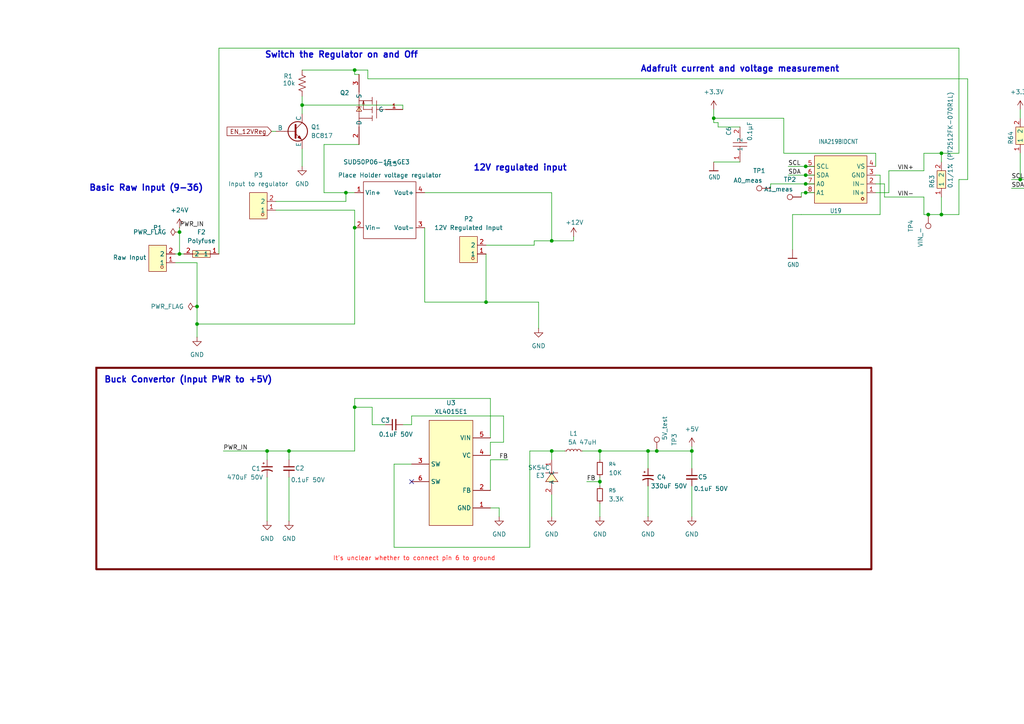
<source format=kicad_sch>
(kicad_sch (version 20250114) (generator "eeschema") (generator_version "9.0")
  (paper "A4")
  (lib_symbols
    (symbol "Adafruit_INA219_CurPowerMonitor-eagle-import:GND" (power)
      (symbol "GND_1_0"
        (polyline (pts (xy -1.27 0) (xy 1.27 0)) (stroke (width 0.254)))
        (pin power_in line (at 0 2.54 270) (length 2.54) (name "GND") (number "1"))
      )
    )
    (symbol "BC817:BC817_NPN_BJT" (pin_numbers (hide yes)) (pin_names (offset 0))
      (property "Reference" "Q" (at -2.54 7.62 0))
      (property "Value" "BC817_NPN_BJT" (at -2.54 5.08 0))
      (symbol "BC817_NPN_BJT_0_1"
        (polyline (pts (xy -2.54 0) (xy 0.635 0)) (stroke (width 0.1524)))
        (polyline (pts (xy 0.635 1.905) (xy 0.635 -1.905) (xy 0.635 -1.905)) (stroke (width 0.508)))
        (polyline (pts (xy 0.635 0.635) (xy 2.54 2.54)))
        (polyline (pts (xy 0.635 -0.635) (xy 2.54 -2.54) (xy 2.54 -2.54)))
        (circle (center 1.27 0) (radius 2.8194) (stroke (width 0.254)))
        (polyline (pts (xy 1.27 -1.778) (xy 1.778 -1.27) (xy 2.286 -2.286) (xy 1.27 -1.778) (xy 1.27 -1.778)) (fill (type outline)))
        (polyline (pts (xy 2.794 -1.27) (xy 2.794 -1.27)) (stroke (width 0.1524)))
        (polyline (pts (xy 2.794 -1.27) (xy 2.794 -1.27)) (stroke (width 0.1524)))
      )
      (symbol "BC817_NPN_BJT_1_1"
        (pin input line (at -5.08 0 0) (length 2.54) (name "B") (number "1"))
        (pin open_collector line (at 2.54 5.08 270) (length 2.54) (name "C") (number "3"))
        (pin open_emitter line (at 2.54 -5.08 90) (length 2.54) (name "E") (number "2"))
      )
    )
    (symbol "Connector:TestPoint" (pin_numbers (hide yes)) (pin_names (offset 0.762) (hide yes))
      (property "Reference" "TP" (at 0 6.858 0))
      (property "Value" "TestPoint" (at 0 5.08 0))
      (symbol "TestPoint_0_1"
        (circle (center 0 3.302) (radius 0.762))
      )
      (symbol "TestPoint_1_1"
        (pin passive line (at 0 0 90) (length 2.54) (name "1") (number "1"))
      )
    )
    (symbol "Device:C_Polarized_Small_US" (pin_numbers (hide yes)) (pin_names (offset 0.254) (hide yes))
      (property "Reference" "C" (at 0.254 1.778 0))
      (property "Value" "C_Polarized_Small_US" (at 0.254 -2.032 0))
      (symbol "C_Polarized_Small_US_0_1"
        (polyline (pts (xy -1.524 0.508) (xy 1.524 0.508)) (stroke (width 0.3048)))
        (polyline (pts (xy -1.27 1.524) (xy -0.762 1.524)))
        (polyline (pts (xy -1.016 1.27) (xy -1.016 1.778)))
        (arc (start -1.524 -0.762) (mid 0 -0.3734) (end 1.524 -0.762) (stroke (width 0.3048)))
      )
      (symbol "C_Polarized_Small_US_1_1"
        (pin passive line (at 0 2.54 270) (length 2.032) (name "~") (number "1"))
        (pin passive line (at 0 -2.54 90) (length 2.032) (name "~") (number "2"))
      )
    )
    (symbol "Device:C_Small" (pin_numbers (hide yes)) (pin_names (offset 0.254) (hide yes))
      (property "Reference" "C" (at 0.254 1.778 0))
      (property "Value" "C_Small" (at 0.254 -2.032 0))
      (symbol "C_Small_0_1"
        (polyline (pts (xy -1.524 0.508) (xy 1.524 0.508)) (stroke (width 0.3048)))
        (polyline (pts (xy -1.524 -0.508) (xy 1.524 -0.508)) (stroke (width 0.3302)))
      )
      (symbol "C_Small_1_1"
        (pin passive line (at 0 2.54 270) (length 2.032) (name "~") (number "1"))
        (pin passive line (at 0 -2.54 90) (length 2.032) (name "~") (number "2"))
      )
    )
    (symbol "Device:L_Small" (pin_numbers (hide yes)) (pin_names (offset 0.254) (hide yes))
      (property "Reference" "L" (at 0.762 1.016 0))
      (property "Value" "L_Small" (at 0.762 -1.016 0))
      (symbol "L_Small_0_1"
        (arc (start 0 2.032) (mid 0.5058 1.524) (end 0 1.016))
        (arc (start 0 1.016) (mid 0.5058 0.508) (end 0 0))
        (arc (start 0 0) (mid 0.5058 -0.508) (end 0 -1.016))
        (arc (start 0 -1.016) (mid 0.5058 -1.524) (end 0 -2.032))
      )
      (symbol "L_Small_1_1"
        (pin passive line (at 0 2.54 270) (length 0.508) (name "~") (number "1"))
        (pin passive line (at 0 -2.54 90) (length 0.508) (name "~") (number "2"))
      )
    )
    (symbol "Device:R_Small" (pin_numbers (hide yes)) (pin_names (offset 0.254) (hide yes))
      (property "Reference" "R" (at 0 0 90))
      (property "Value" "R_Small" (at 1.778 0 90))
      (symbol "R_Small_0_1"
        (rectangle (start -0.762 1.778) (end 0.762 -1.778) (stroke (width 0.2032)))
      )
      (symbol "R_Small_1_1"
        (pin passive line (at 0 2.54 270) (length 0.762) (name "~") (number "1"))
        (pin passive line (at 0 -2.54 90) (length 0.762) (name "~") (number "2"))
      )
    )
    (symbol "Device:R_US" (pin_numbers (hide yes)) (pin_names (offset 0))
      (property "Reference" "R" (at 2.54 0 90))
      (property "Value" "R_US" (at -2.54 0 90))
      (symbol "R_US_0_1"
        (polyline (pts (xy 0 2.286) (xy 0 2.54)))
        (polyline (pts (xy 0 2.286) (xy 1.016 1.905) (xy 0 1.524) (xy -1.016 1.143) (xy 0 0.762)))
        (polyline (pts (xy 0 0.762) (xy 1.016 0.381) (xy 0 0) (xy -1.016 -0.381) (xy 0 -0.762)))
        (polyline (pts (xy 0 -0.762) (xy 1.016 -1.143) (xy 0 -1.524) (xy -1.016 -1.905) (xy 0 -2.286)))
        (polyline (pts (xy 0 -2.286) (xy 0 -2.54)))
      )
      (symbol "R_US_1_1"
        (pin passive line (at 0 3.81 270) (length 1.27) (name "~") (number "1"))
        (pin passive line (at 0 -3.81 90) (length 1.27) (name "~") (number "2"))
      )
    )
    (symbol "New_Library:Buck-Boost"
      (property "Reference" "U" (at 0 0 0))
      (symbol "Buck-Boost_1_1"
        (rectangle (start -7.62 8.255) (end 7.62 -8.255))
        (pin input line (at -10.16 5.08 0) (length 2.54) (name "Vin+") (number "1"))
        (pin input line (at -10.16 -5.08 0) (length 2.54) (name "Vin-") (number "2"))
        (pin output line (at 10.16 5.08 180) (length 2.54) (name "Vout+") (number "4"))
        (pin output line (at 10.16 -5.08 180) (length 2.54) (name "Vout-") (number "3"))
      )
    )
    (symbol "easyeda2kicad:0805L010_60WR"
      (property "Reference" "U" (at 0 5.08 0))
      (property "Value" "0805L010/60WR" (at 0 -5.08 0))
      (symbol "0805L010_60WR_0_1"
        (rectangle (start -2.54 1.02) (end 2.54 -1.02) (fill (type background)))
        (polyline (pts (xy -2.54 0) (xy 2.54 0)))
        (pin unspecified line (at -5.08 0 0) (length 2.54) (name "1") (number "1"))
        (pin unspecified line (at 5.08 0 180) (length 2.54) (name "2") (number "2"))
      )
    )
    (symbol "easyeda2kicad:CC0603KRX7R9BB104"
      (property "Reference" "C" (at 0 5.08 0))
      (property "Value" "CC0603KRX7R9BB104" (at 0 -5.08 0))
      (symbol "CC0603KRX7R9BB104_0_1"
        (polyline (pts (xy -0.51 0) (xy -2.54 0)))
        (polyline (pts (xy -0.51 -2.03) (xy -0.51 2.03)))
        (polyline (pts (xy 0.51 2.03) (xy 0.51 -2.03)))
        (polyline (pts (xy 2.54 0) (xy 0.51 0)))
        (pin unspecified line (at -5.08 0 0) (length 2.54) (name "1") (number "1"))
        (pin unspecified line (at 5.08 0 180) (length 2.54) (name "2") (number "2"))
      )
    )
    (symbol "easyeda2kicad:DB142R-5.08-2P"
      (property "Reference" "CN" (at 0 6.35 0))
      (property "Value" "DB142R-5.08-2P" (at 0 -6.35 0))
      (symbol "DB142R-5.08-2P_0_1"
        (rectangle (start -2.54 3.81) (end 2.54 -3.81) (fill (type background)))
        (circle (center -1.27 2.54) (radius 0.38))
        (pin unspecified line (at -5.08 1.27 0) (length 2.54) (name "1") (number "1"))
        (pin unspecified line (at -5.08 -1.27 0) (length 2.54) (name "2") (number "2"))
      )
    )
    (symbol "easyeda2kicad:FRC0603J103TS"
      (property "Reference" "R" (at 0 5.08 0))
      (property "Value" "FRC0603J103TS" (at 0 -5.08 0))
      (symbol "FRC0603J103TS_0_1"
        (rectangle (start -2.54 1.27) (end 2.54 -1.27) (fill (type background)))
        (pin unspecified line (at -5.08 0 0) (length 2.54) (name "1") (number "1"))
        (pin unspecified line (at 5.08 0 180) (length 2.54) (name "2") (number "2"))
      )
    )
    (symbol "easyeda2kicad:INA219AIDCNR"
      (property "Reference" "U" (at 0 8.89 0))
      (property "Value" "INA219AIDCNR" (at 0 -8.89 0))
      (symbol "INA219AIDCNR_0_1"
        (rectangle (start -7.62 6.86) (end 7.62 -6.86) (fill (type background)))
        (circle (center -6.35 5.59) (radius 0.38))
        (circle (center -6.35 5.59) (radius 0.38))
        (pin unspecified line (at -10.16 3.81 0) (length 2.54) (name "IN+") (number "1"))
        (pin unspecified line (at -10.16 1.27 0) (length 2.54) (name "IN-") (number "2"))
        (pin unspecified line (at -10.16 -1.27 0) (length 2.54) (name "GND") (number "3"))
        (pin unspecified line (at -10.16 -3.81 0) (length 2.54) (name "VS") (number "4"))
        (pin unspecified line (at 10.16 3.81 180) (length 2.54) (name "A1") (number "8"))
        (pin unspecified line (at 10.16 1.27 180) (length 2.54) (name "A0") (number "7"))
        (pin unspecified line (at 10.16 -1.27 180) (length 2.54) (name "SDA") (number "6"))
        (pin unspecified line (at 10.16 -3.81 180) (length 2.54) (name "SCL") (number "5"))
      )
    )
    (symbol "easyeda2kicad:PCSR2512BR100M6"
      (property "Reference" "R" (at 0 5.08 0))
      (property "Value" "PCSR2512BR100M6" (at 0 -5.08 0))
      (symbol "PCSR2512BR100M6_0_1"
        (rectangle (start -2.54 1.27) (end 2.54 -1.27) (fill (type background)))
        (pin unspecified line (at -5.08 0 0) (length 2.54) (name "1") (number "1"))
        (pin unspecified line (at 5.08 0 180) (length 2.54) (name "2") (number "2"))
      )
    )
    (symbol "easyeda2kicad:SK54C_C5449119"
      (property "Reference" "U" (at 0 5.08 0))
      (property "Value" "SK54C_C5449119" (at 0 -5.08 0))
      (symbol "SK54C_C5449119_0_1"
        (polyline (pts (xy -1.27 1.78) (xy -1.27 -1.78)))
        (polyline (pts (xy -1.27 0) (xy -2.54 0)))
        (polyline (pts (xy 1.27 1.78) (xy -1.27 0) (xy 1.27 -1.78) (xy 1.27 1.78)) (fill (type background)))
        (polyline (pts (xy 2.54 0) (xy 1.27 0)))
        (pin unspecified line (at -5.08 0 0) (length 2.54) (name "C") (number "1"))
        (pin unspecified line (at 5.08 0 180) (length 2.54) (name "A") (number "2"))
      )
    )
    (symbol "easyeda2kicad:SUD50P06-15-GE3"
      (property "Reference" "Q" (at 0 15.24 0))
      (property "Value" "SUD50P06-15-GE3" (at 0 -15.24 0))
      (symbol "SUD50P06-15-GE3_0_1"
        (polyline (pts (xy 0 2.54) (xy 0 -2.54)))
        (polyline (pts (xy 0 0) (xy -2.29 0)))
        (polyline (pts (xy 1.27 3.56) (xy 1.27 1.52)))
        (polyline (pts (xy 1.27 2.54) (xy 5.08 2.54)))
        (polyline (pts (xy 1.27 0.76) (xy 1.27 -1.02)))
        (polyline (pts (xy 1.27 -1.78) (xy 1.27 -3.3)))
        (polyline (pts (xy 1.27 -2.54) (xy 5.08 -2.54)))
        (polyline (pts (xy 3.81 2.54) (xy 4.06 1.52)))
        (polyline (pts (xy 3.81 0) (xy 1.27 0)))
        (polyline (pts (xy 3.81 0) (xy 3.81 2.54) (xy 3.56 1.52)))
        (polyline (pts (xy 5.08 5.08) (xy 5.08 -5.08)))
        (polyline (pts (xy 5.84 0.76) (xy 4.32 0.76)))
        (polyline (pts (xy 5.84 -0.51) (xy 4.32 -0.51) (xy 5.08 0.76) (xy 5.84 -0.51)) (fill (type background)))
        (pin unspecified line (at -7.62 0 0) (length 5.08) (name "G") (number "1"))
        (pin unspecified line (at 5.08 10.16 270) (length 5.08) (name "S") (number "3"))
        (pin unspecified line (at 5.08 -10.16 90) (length 5.08) (name "D") (number "2"))
      )
    )
    (symbol "easyeda2kicad:XL4015E1"
      (property "Reference" "U" (at 0 15.24 0))
      (property "Value" "XL4015E1" (at 0 -15.24 0))
      (symbol "XL4015E1_0_1"
        (rectangle (start -6.35 15.24) (end 6.35 -15.24) (fill (type background)))
        (pin unspecified line (at -11.43 2.54 0) (length 5.08) (name "SW") (number "3"))
        (pin unspecified line (at -11.43 -2.54 0) (length 5.08) (name "SW") (number "6"))
        (pin unspecified line (at 11.43 10.16 180) (length 5.08) (name "VIN") (number "5"))
        (pin unspecified line (at 11.43 5.08 180) (length 5.08) (name "VC") (number "4"))
        (pin unspecified line (at 11.43 -5.08 180) (length 5.08) (name "FB") (number "2"))
        (pin unspecified line (at 11.43 -10.16 180) (length 5.08) (name "GND") (number "1"))
      )
    )
    (symbol "power:+12V" (power) (pin_numbers (hide yes)) (pin_names (offset 0) (hide yes))
      (property "Value" "+12V" (at 0 3.556 0))
      (symbol "+12V_0_1"
        (polyline (pts (xy -0.762 1.27) (xy 0 2.54)))
        (polyline (pts (xy 0 2.54) (xy 0.762 1.27)))
        (polyline (pts (xy 0 0) (xy 0 2.54)))
      )
      (symbol "+12V_1_1"
        (pin power_in line (at 0 0 90) (length 0) (name "~") (number "1"))
      )
    )
    (symbol "power:+24V" (power) (pin_numbers (hide yes)) (pin_names (offset 0) (hide yes))
      (property "Value" "+24V" (at 0 3.556 0))
      (symbol "+24V_0_1"
        (polyline (pts (xy -0.762 1.27) (xy 0 2.54)))
        (polyline (pts (xy 0 2.54) (xy 0.762 1.27)))
        (polyline (pts (xy 0 0) (xy 0 2.54)))
      )
      (symbol "+24V_1_1"
        (pin power_in line (at 0 0 90) (length 0) (name "~") (number "1"))
      )
    )
    (symbol "power:+3.3V" (power) (pin_numbers (hide yes)) (pin_names (offset 0) (hide yes))
      (property "Value" "+3.3V" (at 0 3.556 0))
      (symbol "+3.3V_0_1"
        (polyline (pts (xy -0.762 1.27) (xy 0 2.54)))
        (polyline (pts (xy 0 2.54) (xy 0.762 1.27)))
        (polyline (pts (xy 0 0) (xy 0 2.54)))
      )
      (symbol "+3.3V_1_1"
        (pin power_in line (at 0 0 90) (length 0) (name "~") (number "1"))
      )
    )
    (symbol "power:+5V" (power) (pin_numbers (hide yes)) (pin_names (offset 0) (hide yes))
      (property "Value" "+5V" (at 0 3.556 0))
      (symbol "+5V_0_1"
        (polyline (pts (xy -0.762 1.27) (xy 0 2.54)))
        (polyline (pts (xy 0 2.54) (xy 0.762 1.27)))
        (polyline (pts (xy 0 0) (xy 0 2.54)))
      )
      (symbol "+5V_1_1"
        (pin power_in line (at 0 0 90) (length 0) (name "~") (number "1"))
      )
    )
    (symbol "power:GND" (power) (pin_numbers (hide yes)) (pin_names (offset 0) (hide yes))
      (property "Value" "GND" (at 0 -3.81 0))
      (symbol "GND_0_1"
        (polyline (pts (xy 0 0) (xy 0 -1.27) (xy 1.27 -1.27) (xy 0 -2.54) (xy -1.27 -1.27) (xy 0 -1.27)))
      )
      (symbol "GND_1_1"
        (pin power_in line (at 0 0 270) (length 0) (name "~") (number "1"))
      )
    )
    (symbol "power:PWR_FLAG" (power) (pin_numbers (hide yes)) (pin_names (offset 0) (hide yes))
      (property "Value" "PWR_FLAG" (at 0 3.81 0))
      (symbol "PWR_FLAG_0_0"
        (pin power_out line (at 0 0 90) (length 0) (name "~") (number "1"))
      )
      (symbol "PWR_FLAG_0_1"
        (polyline (pts (xy 0 0) (xy 0 1.27) (xy -1.016 1.905) (xy 0 2.54) (xy 1.016 1.905) (xy 0 1.27)))
      )
    )
  )
  (rectangle (start 27.94 106.68) (end 252.73 165.1) (stroke (width 0.5842) (color 110 0 0 1)))
  (text "Adafruit current and voltage measurement\n" (at 214.63 20.066 0) (effects (font (size 1.778 1.778) (thickness 0.3556) (bold yes))))
  (text "Buck Convertor (Input PWR to +5V)" (at 54.61 110.236 0) (effects (font (size 1.778 1.778) (thickness 0.3556) (bold yes))))
  (text "It's unclear whether to connect pin 6 to ground\n" (at 120.142 162.052 0) (effects (font (size 1.27 1.27))))
  (text "Joel suggested CHange 10k to 4.7kohm\nBUT, that was before i realized the voltage should be 3.3v NOT 5v\nso i am leaving it at 10k\n" (at 343.154 44.196 0) (effects (font (size 1.27 1.27))))
  (text "12V regulated input\n" (at 150.876 48.768 0) (effects (font (size 1.778 1.778) (thickness 0.3556) (bold yes))))
  (text "Switch the Regulator on and Off\n" (at 99.06 16.002 0) (effects (font (size 1.778 1.778) (thickness 0.3556) (bold yes))))
  (text "Basic Raw Input (9-36)" (at 42.418 54.61 0) (effects (font (size 1.778 1.778) (thickness 0.3556) (bold yes))))
  (junction (at 160.02 130.81))
  (junction (at 187.96 130.81))
  (junction (at 273.05 62.23))
  (junction (at 303.53 54.61))
  (junction (at 233.68 48.26))
  (junction (at 100.33 55.88))
  (junction (at 173.99 139.7))
  (junction (at 173.99 130.81))
  (junction (at 102.87 20.32))
  (junction (at 200.66 130.81))
  (junction (at 77.47 130.81))
  (junction (at 102.87 66.04))
  (junction (at 57.15 88.9))
  (junction (at 160.02 69.85))
  (junction (at 295.91 52.07))
  (junction (at 52.07 67.31))
  (junction (at 273.05 44.45))
  (junction (at 190.5 130.81))
  (junction (at 52.07 73.66))
  (junction (at 140.97 87.63))
  (junction (at 102.87 118.11))
  (junction (at 233.68 53.34))
  (junction (at 87.63 30.48))
  (junction (at 207.01 34.29))
  (junction (at 269.24 62.23))
  (junction (at 233.68 50.8))
  (junction (at 83.82 130.81))
  (junction (at 233.68 55.88))
  (junction (at 57.15 93.98))
  (no_connect (at 119.38 139.7))
  (wire (pts (xy 100.33 55.88) (xy 102.87 55.88)))
  (wire (pts (xy 102.87 115.57) (xy 102.87 118.11)))
  (wire (pts (xy 123.19 87.63) (xy 140.97 87.63)))
  (wire (pts (xy 50.8 73.66) (xy 52.07 73.66)))
  (wire (pts (xy 64.77 130.81) (xy 77.47 130.81)))
  (wire (pts (xy 255.27 50.8) (xy 255.27 62.23)))
  (wire (pts (xy 142.24 142.24) (xy 142.24 133.35)))
  (wire (pts (xy 207.01 31.75) (xy 207.01 34.29)) (stroke (width 0.1524)))
  (wire (pts (xy 106.68 20.32) (xy 106.68 22.86)))
  (wire (pts (xy 160.02 69.85) (xy 154.94 69.85)))
  (wire (pts (xy 142.24 132.08) (xy 142.24 128.27)))
  (wire (pts (xy 254 50.8) (xy 255.27 50.8)))
  (wire (pts (xy 269.24 62.23) (xy 273.05 62.23)) (stroke (width 0.1524)))
  (wire (pts (xy 111.76 123.19) (xy 107.95 123.19)))
  (wire (pts (xy 123.19 55.88) (xy 160.02 55.88)))
  (wire (pts (xy 102.87 20.32) (xy 106.68 20.32)))
  (wire (pts (xy 267.97 49.53) (xy 267.97 44.45)) (stroke (width 0.1524)))
  (wire (pts (xy 102.87 66.04) (xy 102.87 93.98)))
  (wire (pts (xy 232.41 57.15) (xy 232.41 55.88)) (stroke (width 0.1524)))
  (wire (pts (xy 200.66 135.89) (xy 200.66 130.81)))
  (wire (pts (xy 80.01 58.42) (xy 100.33 58.42)))
  (wire (pts (xy 78.74 38.1) (xy 80.01 38.1)))
  (wire (pts (xy 303.53 54.61) (xy 293.37 54.61)) (stroke (width 0.1524)))
  (wire (pts (xy 187.96 140.97) (xy 187.96 149.86)))
  (wire (pts (xy 207.01 34.29) (xy 207.01 35.56)) (stroke (width 0.1524)))
  (wire (pts (xy 232.41 44.45) (xy 227.33 44.45)) (stroke (width 0.1524)))
  (wire (pts (xy 254 55.88) (xy 257.81 55.88)) (stroke (width 0.1524)))
  (wire (pts (xy 278.13 13.97) (xy 63.5 13.97)) (stroke (width 0.1524)))
  (wire (pts (xy 318.77 52.07) (xy 295.91 52.07)) (stroke (width 0.1524)))
  (wire (pts (xy 102.87 118.11) (xy 102.87 130.81)))
  (wire (pts (xy 87.63 30.48) (xy 87.63 33.02)))
  (wire (pts (xy 154.94 69.85) (xy 154.94 71.12)))
  (wire (pts (xy 123.19 66.04) (xy 123.19 87.63)))
  (wire (pts (xy 273.05 44.45) (xy 273.05 46.99)) (stroke (width 0.1524)))
  (wire (pts (xy 173.99 139.7) (xy 173.99 140.97)))
  (wire (pts (xy 267.97 44.45) (xy 273.05 44.45)) (stroke (width 0.1524)))
  (wire (pts (xy 93.98 41.91) (xy 104.14 41.91)))
  (wire (pts (xy 254 53.34) (xy 256.54 53.34)) (stroke (width 0.1524)))
  (wire (pts (xy 116.84 123.19) (xy 119.38 123.19)))
  (wire (pts (xy 102.87 21.59) (xy 102.87 20.32)))
  (wire (pts (xy 100.33 58.42) (xy 100.33 55.88)))
  (wire (pts (xy 256.54 57.15) (xy 256.54 53.34)) (stroke (width 0.1524)))
  (wire (pts (xy 140.97 87.63) (xy 156.21 87.63)))
  (wire (pts (xy 87.63 20.32) (xy 102.87 20.32)))
  (wire (pts (xy 278.13 13.97) (xy 278.13 44.45)) (stroke (width 0.1524)))
  (wire (pts (xy 106.68 22.86) (xy 280.67 22.86)))
  (wire (pts (xy 273.05 62.23) (xy 278.13 62.23)) (stroke (width 0.1524)))
  (wire (pts (xy 173.99 138.43) (xy 173.99 139.7)))
  (wire (pts (xy 140.97 71.12) (xy 154.94 71.12)))
  (wire (pts (xy 200.66 140.97) (xy 200.66 149.86)))
  (wire (pts (xy 267.97 57.15) (xy 267.97 62.23)) (stroke (width 0.1524)))
  (wire (pts (xy 87.63 27.94) (xy 87.63 30.48)))
  (wire (pts (xy 256.54 57.15) (xy 267.97 57.15)) (stroke (width 0.1524)))
  (wire (pts (xy 52.07 67.31) (xy 52.07 73.66)))
  (wire (pts (xy 119.38 120.65) (xy 119.38 123.19)))
  (wire (pts (xy 144.78 147.32) (xy 144.78 149.86)))
  (wire (pts (xy 236.22 48.26) (xy 233.68 48.26)) (stroke (width 0.1524)))
  (wire (pts (xy 77.47 130.81) (xy 83.82 130.81)))
  (wire (pts (xy 254 48.26) (xy 254 44.45)))
  (wire (pts (xy 102.87 60.96) (xy 102.87 66.04)))
  (wire (pts (xy 142.24 147.32) (xy 144.78 147.32)))
  (wire (pts (xy 142.24 127) (xy 142.24 115.57)))
  (wire (pts (xy 236.22 50.8) (xy 233.68 50.8)) (stroke (width 0.1524)))
  (wire (pts (xy 303.53 44.45) (xy 303.53 54.61)) (stroke (width 0.1524)))
  (wire (pts (xy 80.01 60.96) (xy 102.87 60.96)))
  (wire (pts (xy 93.98 41.91) (xy 93.98 55.88)))
  (wire (pts (xy 50.8 76.2) (xy 57.15 76.2)))
  (wire (pts (xy 77.47 138.43) (xy 77.47 151.13)))
  (wire (pts (xy 114.3 134.62) (xy 114.3 158.75)))
  (wire (pts (xy 107.95 118.11) (xy 107.95 123.19)))
  (wire (pts (xy 257.81 49.53) (xy 267.97 49.53)) (stroke (width 0.1524)))
  (wire (pts (xy 166.37 69.85) (xy 160.02 69.85)))
  (wire (pts (xy 160.02 130.81) (xy 163.83 130.81)))
  (wire (pts (xy 173.99 130.81) (xy 173.99 133.35)))
  (wire (pts (xy 160.02 55.88) (xy 160.02 69.85)))
  (wire (pts (xy 93.98 55.88) (xy 100.33 55.88)))
  (wire (pts (xy 173.99 149.86) (xy 173.99 146.05)))
  (wire (pts (xy 57.15 76.2) (xy 57.15 88.9)))
  (wire (pts (xy 160.02 130.81) (xy 160.02 133.35)))
  (wire (pts (xy 254 44.45) (xy 232.41 44.45)))
  (wire (pts (xy 227.33 34.29) (xy 207.01 34.29)) (stroke (width 0.1524)))
  (wire (pts (xy 295.91 31.75) (xy 295.91 34.29)) (stroke (width 0.1524)))
  (wire (pts (xy 278.13 62.23) (xy 278.13 52.07)) (stroke (width 0.1524)))
  (wire (pts (xy 153.67 130.81) (xy 160.02 130.81)))
  (wire (pts (xy 233.68 48.26) (xy 228.6 48.26)) (stroke (width 0.1524)))
  (wire (pts (xy 303.53 31.75) (xy 303.53 34.29)) (stroke (width 0.1524)))
  (wire (pts (xy 227.33 44.45) (xy 227.33 34.29)) (stroke (width 0.1524)))
  (wire (pts (xy 52.07 66.04) (xy 52.07 67.31)))
  (wire (pts (xy 104.14 21.59) (xy 102.87 21.59)))
  (wire (pts (xy 318.77 54.61) (xy 303.53 54.61)) (stroke (width 0.1524)))
  (wire (pts (xy 232.41 55.88) (xy 233.68 55.88)) (stroke (width 0.1524)))
  (wire (pts (xy 156.21 87.63) (xy 156.21 95.25)))
  (wire (pts (xy 102.87 93.98) (xy 57.15 93.98)))
  (wire (pts (xy 87.63 43.18) (xy 87.63 48.26)))
  (wire (pts (xy 223.52 53.34) (xy 233.68 53.34)) (stroke (width 0.1524)))
  (wire (pts (xy 190.5 130.81) (xy 200.66 130.81)))
  (wire (pts (xy 119.38 134.62) (xy 114.3 134.62)))
  (wire (pts (xy 142.24 133.35) (xy 147.32 133.35)))
  (wire (pts (xy 57.15 93.98) (xy 57.15 97.79)))
  (wire (pts (xy 280.67 52.07) (xy 278.13 52.07)))
  (wire (pts (xy 257.81 49.53) (xy 257.81 55.88)) (stroke (width 0.1524)))
  (wire (pts (xy 280.67 22.86) (xy 280.67 52.07)))
  (wire (pts (xy 295.91 44.45) (xy 295.91 52.07)) (stroke (width 0.1524)))
  (wire (pts (xy 233.68 55.88) (xy 236.22 55.88)) (stroke (width 0.1524)))
  (wire (pts (xy 214.63 46.99) (xy 207.01 46.99)))
  (wire (pts (xy 200.66 129.54) (xy 200.66 130.81)))
  (wire (pts (xy 102.87 118.11) (xy 107.95 118.11)))
  (wire (pts (xy 114.3 158.75) (xy 153.67 158.75)))
  (wire (pts (xy 273.05 62.23) (xy 273.05 57.15)) (stroke (width 0.1524)))
  (wire (pts (xy 63.5 13.97) (xy 63.5 73.66)) (stroke (width 0.1524)))
  (wire (pts (xy 208.28 35.56) (xy 207.01 35.56)))
  (wire (pts (xy 83.82 130.81) (xy 102.87 130.81)))
  (wire (pts (xy 142.24 128.27) (xy 146.05 128.27)))
  (wire (pts (xy 295.91 52.07) (xy 293.37 52.07)) (stroke (width 0.1524)))
  (wire (pts (xy 83.82 138.43) (xy 83.82 151.13)))
  (wire (pts (xy 278.13 44.45) (xy 273.05 44.45)) (stroke (width 0.1524)))
  (wire (pts (xy 214.63 36.83) (xy 208.28 36.83)))
  (wire (pts (xy 87.63 30.48) (xy 116.84 30.48)))
  (wire (pts (xy 153.67 158.75) (xy 153.67 130.81)))
  (wire (pts (xy 233.68 50.8) (xy 228.6 50.8)) (stroke (width 0.1524)))
  (wire (pts (xy 232.41 62.23) (xy 255.27 62.23)))
  (wire (pts (xy 146.05 120.65) (xy 119.38 120.65)))
  (wire (pts (xy 116.84 30.48) (xy 116.84 31.75)))
  (wire (pts (xy 160.02 143.51) (xy 160.02 149.86)))
  (wire (pts (xy 223.52 54.61) (xy 223.52 53.34)) (stroke (width 0.1524)))
  (wire (pts (xy 267.97 62.23) (xy 269.24 62.23)) (stroke (width 0.1524)))
  (wire (pts (xy 229.87 62.23) (xy 229.87 72.39)) (stroke (width 0.1524)))
  (wire (pts (xy 77.47 130.81) (xy 77.47 133.35)))
  (wire (pts (xy 232.41 62.23) (xy 229.87 62.23)) (stroke (width 0.1524)))
  (wire (pts (xy 142.24 115.57) (xy 102.87 115.57)))
  (wire (pts (xy 170.18 139.7) (xy 173.99 139.7)))
  (wire (pts (xy 57.15 88.9) (xy 57.15 93.98)))
  (wire (pts (xy 140.97 73.66) (xy 140.97 87.63)))
  (wire (pts (xy 166.37 68.58) (xy 166.37 69.85)))
  (wire (pts (xy 168.91 130.81) (xy 173.99 130.81)))
  (wire (pts (xy 187.96 135.89) (xy 187.96 130.81)))
  (wire (pts (xy 187.96 130.81) (xy 190.5 130.81)))
  (wire (pts (xy 173.99 130.81) (xy 187.96 130.81)))
  (wire (pts (xy 233.68 53.34) (xy 236.22 53.34)) (stroke (width 0.1524)))
  (wire (pts (xy 208.28 36.83) (xy 208.28 35.56)))
  (wire (pts (xy 52.07 73.66) (xy 53.34 73.66)))
  (wire (pts (xy 146.05 128.27) (xy 146.05 120.65)))
  (wire (pts (xy 83.82 130.81) (xy 83.82 133.35)))
  (label "FB" (at 170.18 139.7 0))
  (label "VIN+" (at 260.35 49.53 0) (effects (font (size 1.2446 1.2446))))
  (label "VIN-" (at 260.35 57.15 0) (effects (font (size 1.2446 1.2446))))
  (label "PWR_IN" (at 64.77 130.81 0))
  (label "SCL" (at 228.6 48.26 0) (effects (font (size 1.2446 1.2446))))
  (label "SDA" (at 293.37 54.61 0) (effects (font (size 1.2446 1.2446))))
  (label "SCL" (at 293.37 52.07 0) (effects (font (size 1.2446 1.2446))))
  (label "FB" (at 144.78 133.35 0))
  (label "SDA" (at 228.6 50.8 0) (effects (font (size 1.2446 1.2446))))
  (label "PWR_IN" (at 52.07 66.04 0))
  (global_label "SCL" (shape input) (at 318.77 52.07 0) (property "Intersheetrefs" "${INTERSHEET_REFS}" (effects (hide yes))))
  (global_label "SDA" (shape input) (at 318.77 54.61 0) (property "Intersheetrefs" "${INTERSHEET_REFS}" (effects (hide yes))))
  (global_label "EN_12VReg" (shape input) (at 78.74 38.1 180) (property "Intersheetrefs" "${INTERSHEET_REFS}" (effects (hide yes))))
  (symbol (lib_id "power:GND") (at 156.21 95.25 0) (unit 1)
    (property "Reference" "#PWR01" (effects (hide yes)))
    (property "Value" "GND" (at 156.21 100.33 0))
    (property "Description" "Power symbol creates a global label with name \"GND\" , ground" (effects (hide yes)))
  )
  (symbol (lib_id "BC817:BC817_NPN_BJT") (at 85.09 38.1 0) (unit 1)
    (property "Reference" "Q1" (at 90.17 36.8299 0) (effects (justify left)))
    (property "Value" "BC817" (at 90.17 39.3699 0) (effects (justify left)))
    (property "Footprint" "Package_TO_SOT_SMD:SOT-23" (effects (hide yes)))
    (property "Datasheet" "https://ngspice.sourceforge.io/docs/ngspice-html-manual/manual.xhtml#cha_BJTs" (effects (hide yes)))
    (property "Description" "Bipolar transistor symbol for simulation only, substrate tied to the emitter" (effects (hide yes)))
    (property "Sim.Device" "NPN" (effects (hide yes)))
    (property "Sim.Type" "GUMMELPOON" (effects (hide yes)))
    (property "Sim.Pins" "1=C 2=B 3=E" (effects (hide yes)))
    (property "LCSC Part no " "C39828" (effects (hide yes)))
  )
  (symbol (lib_id "easyeda2kicad:PCSR2512BR100M6") (at 273.05 52.07 90) (unit 1)
    (property "Reference" "R63" (at 271.018 54.61 0) (effects (justify left bottom)))
    (property "Value" "0.1/1% (PT2512FK-070R1L)" (at 276.352 54.61 0) (effects (justify left bottom)))
    (property "Footprint" "easyeda2kicad:R2512" (effects (hide yes)))
    (property "LCSC Part" "C23067426" (effects (hide yes)))
  )
  (symbol (lib_id "easyeda2kicad:DB142R-5.08-2P") (at 135.89 72.39 180) (unit 1)
    (property "Reference" "P2" (at 135.89 63.5 0))
    (property "Value" "12V Regulated Input" (at 135.89 66.04 0))
    (property "Footprint" "easyeda2kicad:CONN-TH_2P-P5.08_DIBO_DB142R-5.08-2P" (effects (hide yes)))
    (property "Datasheet" "https://lcsc.com/product-detail/Wire-To-Board-Wire-To-Wire-Connector_DIBO-DB301V-3-5-2P-GN_C695629.html" (effects (hide yes)))
    (property "LCSC Part" "C2898709" (effects (hide yes)))
  )
  (symbol (lib_id "easyeda2kicad:DB142R-5.08-2P") (at 74.93 59.69 180) (unit 1)
    (property "Reference" "P3" (at 74.93 50.8 0))
    (property "Value" "Input to regulator" (at 74.93 53.34 0))
    (property "Footprint" "easyeda2kicad:CONN-TH_2P-P5.08_DIBO_DB142R-5.08-2P" (effects (hide yes)))
    (property "Datasheet" "https://lcsc.com/product-detail/Wire-To-Board-Wire-To-Wire-Connector_DIBO-DB301V-3-5-2P-GN_C695629.html" (effects (hide yes)))
    (property "LCSC Part" "C2898709" (effects (hide yes)))
  )
  (symbol (lib_id "easyeda2kicad:SK54C_C5449119") (at 160.02 138.43 270) (unit 1)
    (property "Reference" "E3" (at 157.988 137.922 90) (effects (justify right)))
    (property "Value" "SK54C" (at 159.512 135.636 90) (effects (justify right)))
    (property "Footprint" "easyeda2kicad:SMC_L6.9-W5.9-LS8.0-RD" (effects (hide yes)))
    (property "Description" "Independent Type 5A 550mV@5A 40V SMC Diodes - General Purpose ROHS" (effects (hide yes)))
    (property "MF" "Taiwan Semiconductor" (effects (hide yes)))
    (property "MAXIMUM_PACKAGE_HEIGHT" "2.65mm" (effects (hide yes)))
    (property "Package" "DO-214AB-2 Taiwan Semiconductor" (effects (hide yes)))
    (property "Price" "None" (effects (hide yes)))
    (property "Check_prices" "https://www.snapeda.com/parts/SK54C/taiwan/view-part/?ref=eda" (effects (hide yes)))
    (property "STANDARD" "Manufacturer Recommendations" (effects (hide yes)))
    (property "PARTREV" "S2311" (effects (hide yes)))
    (property "SnapEDA_Link" "https://www.snapeda.com/parts/SK54C/taiwan/view-part/?ref=snap" (effects (hide yes)))
    (property "MP" "SK54C" (effects (hide yes)))
    (property "Description_1" "5A, 40V, Schottky Rectifier" (effects (hide yes)))
    (property "Availability" "In Stock" (effects (hide yes)))
    (property "MANUFACTURER" "Taiwan Semiconductor" (effects (hide yes)))
    (property "LCSC Part no " "C5449119" (effects (hide yes)))
    (property "LCSC Part" "C5449119" (effects (hide yes)))
  )
  (symbol (lib_id "easyeda2kicad:XL4015E1") (at 130.81 137.16 0) (unit 1)
    (property "Reference" "U3" (at 130.81 116.84 0))
    (property "Value" "XL4015E1" (at 130.81 119.38 0))
    (property "Footprint" "easyeda2kicad:TO-263-5_L10.2-W8.9-P1.70-TL" (effects (hide yes)))
    (property "Datasheet" "https://lcsc.com/product-detail/DC-DC-Converters_XL4015E1_C51661.html" (effects (hide yes)))
    (property "MF" "XLSEMI" (effects (hide yes)))
    (property "MAXIMUM_PACKAGE_HEIGHT" "4.77mm" (effects (hide yes)))
    (property "Package" "None" (effects (hide yes)))
    (property "Price" "None" (effects (hide yes)))
    (property "Check_prices" "https://www.snapeda.com/parts/XL4015/XLSEMI/view-part/?ref=eda" (effects (hide yes)))
    (property "STANDARD" "Manufacturer Recommendations" (effects (hide yes)))
    (property "PARTREV" "1.5" (effects (hide yes)))
    (property "SnapEDA_Link" "https://www.snapeda.com/parts/XL4015/XLSEMI/view-part/?ref=snap" (effects (hide yes)))
    (property "MP" "XL4015" (effects (hide yes)))
    (property "Description_1" "5A 180KHz 36V Buck DC to DC Converter" (effects (hide yes)))
    (property "Availability" "Not in stock" (effects (hide yes)))
    (property "MANUFACTURER" "XLSEMI" (effects (hide yes)))
    (property "LCSC Part no " "C51661" (effects (hide yes)))
    (property "LCSC Part" "C51661" (effects (hide yes)))
  )
  (symbol (lib_id "Connector:TestPoint") (at 269.24 62.23 180) (unit 1)
    (property "Reference" "TP4" (at 264.16 65.532 90))
    (property "Value" "VIN_-" (at 266.954 68.834 90))
    (property "Footprint" "TestPoint:TestPoint_THTPad_D1.0mm_Drill0.5mm" (effects (hide yes)))
    (property "Description" "test point" (effects (hide yes)))
  )
  (symbol (lib_id "power:+12V") (at 166.37 68.58 0) (unit 1)
    (property "Reference" "#PWR03" (effects (hide yes)))
    (property "Value" "+12V" (at 166.624 64.516 0))
    (property "Description" "Power symbol creates a global label with name \"+12V\"" (effects (hide yes)))
  )
  (symbol (lib_id "power:+24V") (at 52.07 66.04 0) (unit 1)
    (property "Reference" "#PWR018" (effects (hide yes)))
    (property "Value" "+24V" (at 52.07 60.96 0))
    (property "Description" "Power symbol creates a global label with name \"+24V\"" (effects (hide yes)))
  )
  (symbol (lib_id "power:PWR_FLAG") (at 52.07 67.31 90) (unit 1)
    (property "Reference" "#FLG03" (effects (hide yes)))
    (property "Value" "PWR_FLAG" (at 48.26 67.3099 90) (effects (justify left)))
    (property "Description" "Special symbol for telling ERC where power comes from" (effects (hide yes)))
  )
  (symbol (lib_id "easyeda2kicad:CC0603KRX7R9BB104") (at 214.63 41.91 90) (unit 1)
    (property "Reference" "C6" (at 212.09 39.37 0) (effects (justify left bottom)))
    (property "Value" "0.1µF" (at 218.186 40.894 0) (effects (justify left bottom)))
    (property "Footprint" "easyeda2kicad:C0603" (effects (hide yes)))
    (property "Datasheet" "https://lcsc.com/product-detail/Multilayer-Ceramic-Capacitors-MLCC-SMD-SMT_100nF-104-10-50V_C14663.html" (effects (hide yes)))
    (property "LCSC Part" "C14663" (effects (hide yes)))
  )
  (symbol (lib_id "Connector:TestPoint") (at 232.41 57.15 90) (unit 1)
    (property "Reference" "TP2" (at 229.108 52.07 90))
    (property "Value" "A1_meas" (at 225.806 54.864 90))
    (property "Footprint" "TestPoint:TestPoint_THTPad_D1.0mm_Drill0.5mm" (effects (hide yes)))
    (property "Description" "test point" (effects (hide yes)))
  )
  (symbol (lib_id "Connector:TestPoint") (at 223.52 54.61 90) (unit 1)
    (property "Reference" "TP1" (at 220.218 49.53 90))
    (property "Value" "A0_meas" (at 216.916 52.324 90))
    (property "Footprint" "TestPoint:TestPoint_THTPad_D1.0mm_Drill0.5mm" (effects (hide yes)))
    (property "Description" "test point" (effects (hide yes)))
  )
  (symbol (lib_id "power:GND") (at 200.66 149.86 0) (unit 1)
    (property "Reference" "#PWR017" (effects (hide yes)))
    (property "Value" "GND" (at 200.66 154.94 0))
    (property "Description" "Power symbol creates a global label with name \"GND\" , ground" (effects (hide yes)))
  )
  (symbol (lib_id "Device:C_Small") (at 200.66 138.43 0) (unit 1)
    (property "Reference" "C5" (at 202.4341 138.3495 0) (effects (justify left)))
    (property "Value" "0.1uF 50V" (at 201.168 141.732 0) (effects (justify left)))
    (property "Footprint" "Capacitor_SMD:C_0805_2012Metric_Pad1.18x1.45mm_HandSolder" (effects (hide yes)))
    (property "Description" "50V 0.1uF X7R ±10% 0805 Multilayer Ceramic Capacitors MLCC - SMD/SMT ROHS" (effects (hide yes)))
    (property "LCSC Part no " "C3011704" (effects (hide yes)))
  )
  (symbol (lib_id "Adafruit_INA219_CurPowerMonitor-eagle-import:GND") (at 229.87 74.93 0) (unit 1)
    (property "Reference" "#U$4" (effects (hide yes)))
    (property "Value" "GND" (at 228.346 77.47 0) (effects (font (size 1.27 1.0795)) (justify left bottom)))
  )
  (symbol (lib_id "Device:L_Small") (at 166.37 130.81 90) (unit 1)
    (property "Reference" "L1" (at 166.37 125.73 90))
    (property "Value" "5A 47uH" (at 168.91 128.27 90))
    (property "Footprint" "Inductor_SMD:L_Chilisin_BMRG00131360" (effects (hide yes)))
    (property "Description" "5A 47uH Integrated molded inductor ±20% SMD,13.8x12.6x6.5mm Power Inductors ROHS" (effects (hide yes)))
    (property "LCSC Part no " "C497913" (effects (hide yes)))
  )
  (symbol (lib_id "power:+3.3V") (at 295.91 31.75 0) (unit 1)
    (property "Reference" "#PWR08" (effects (hide yes)))
    (property "Value" "+3.3V" (at 295.91 26.67 0))
    (property "Description" "Power symbol creates a global label with name \"+3.3V\"" (effects (hide yes)))
  )
  (symbol (lib_id "Device:C_Small") (at 114.3 123.19 90) (unit 1)
    (property "Reference" "C3" (at 111.76 121.92 90))
    (property "Value" "0.1uF 50V" (at 114.808 125.984 90))
    (property "Footprint" "Capacitor_SMD:C_0805_2012Metric_Pad1.18x1.45mm_HandSolder" (effects (hide yes)))
    (property "Description" "50V 0.1uF X7R ±10% 0805 Multilayer Ceramic Capacitors MLCC - SMD/SMT ROHS" (effects (hide yes)))
    (property "LCSC Part no " "C3011704" (effects (hide yes)))
  )
  (symbol (lib_id "power:GND") (at 83.82 151.13 0) (unit 1)
    (property "Reference" "#PWR06" (effects (hide yes)))
    (property "Value" "GND" (at 83.82 156.21 0))
    (property "Description" "Power symbol creates a global label with name \"GND\" , ground" (effects (hide yes)))
  )
  (symbol (lib_id "power:PWR_FLAG") (at 57.15 88.9 90) (unit 1)
    (property "Reference" "#FLG01" (effects (hide yes)))
    (property "Value" "PWR_FLAG" (at 53.34 88.8999 90) (effects (justify left)))
    (property "Description" "Special symbol for telling ERC where power comes from" (effects (hide yes)))
  )
  (symbol (lib_id "power:GND") (at 187.96 149.86 0) (unit 1)
    (property "Reference" "#PWR014" (effects (hide yes)))
    (property "Value" "GND" (at 187.96 154.94 0))
    (property "Description" "Power symbol creates a global label with name \"GND\" , ground" (effects (hide yes)))
  )
  (symbol (lib_id "Device:R_Small") (at 173.99 143.51 0) (unit 1)
    (property "Reference" "R5" (at 176.53 142.2399 0) (effects (font (size 1.016 1.016)) (justify left)))
    (property "Value" "3.3K" (at 176.53 144.7799 0) (effects (justify left)))
    (property "Footprint" "Capacitor_SMD:C_0805_2012Metric_Pad1.18x1.45mm_HandSolder" (effects (hide yes)))
    (property "Description" "Resistor, small symbol" (effects (hide yes)))
    (property "LCSC Part no " "C114531" (effects (hide yes)))
  )
  (symbol (lib_id "easyeda2kicad:DB142R-5.08-2P") (at 45.72 74.93 180) (unit 1)
    (property "Reference" "P1" (at 45.72 66.04 0))
    (property "Value" "Raw Input" (at 37.592 74.676 0))
    (property "Footprint" "easyeda2kicad:CONN-TH_2P-P5.08_DIBO_DB142R-5.08-2P" (effects (hide yes)))
    (property "Datasheet" "https://lcsc.com/product-detail/Wire-To-Board-Wire-To-Wire-Connector_DIBO-DB301V-3-5-2P-GN_C695629.html" (effects (hide yes)))
    (property "LCSC Part" "C2898709" (effects (hide yes)))
  )
  (symbol (lib_id "power:GND") (at 77.47 151.13 0) (unit 1)
    (property "Reference" "#PWR04" (effects (hide yes)))
    (property "Value" "GND" (at 77.47 156.21 0))
    (property "Description" "Power symbol creates a global label with name \"GND\" , ground" (effects (hide yes)))
  )
  (symbol (lib_id "power:GND") (at 144.78 149.86 0) (unit 1)
    (property "Reference" "#PWR09" (effects (hide yes)))
    (property "Value" "GND" (at 144.78 154.94 0))
    (property "Description" "Power symbol creates a global label with name \"GND\" , ground" (effects (hide yes)))
  )
  (symbol (lib_id "Connector:TestPoint") (at 190.5 130.81 0) (unit 1)
    (property "Reference" "TP3" (at 195.58 127.508 90))
    (property "Value" "5V_test" (at 192.786 124.206 90))
    (property "Footprint" "TestPoint:TestPoint_THTPad_D1.0mm_Drill0.5mm" (effects (hide yes)))
    (property "Description" "test point" (effects (hide yes)))
  )
  (symbol (lib_id "Device:R_Small") (at 173.99 135.89 0) (unit 1)
    (property "Reference" "R4" (at 176.53 134.6199 0) (effects (font (size 1.016 1.016)) (justify left)))
    (property "Value" "10K" (at 176.53 137.1599 0) (effects (justify left)))
    (property "Footprint" "Capacitor_SMD:C_0805_2012Metric_Pad1.18x1.45mm_HandSolder" (effects (hide yes)))
    (property "Description" "Resistor, small symbol" (effects (hide yes)))
    (property "LCSC Part no " "C84376" (effects (hide yes)))
  )
  (symbol (lib_id "Adafruit_INA219_CurPowerMonitor-eagle-import:GND") (at 207.01 49.53 0) (unit 1)
    (property "Reference" "#U$5" (effects (hide yes)))
    (property "Value" "GND" (at 205.486 52.07 0) (effects (font (size 1.27 1.0795)) (justify left bottom)))
  )
  (symbol (lib_id "easyeda2kicad:FRC0603J103TS") (at 295.91 39.37 90) (unit 1)
    (property "Reference" "R64" (at 293.878 41.91 0) (effects (justify left bottom)))
    (property "Value" "10k" (at 299.085 41.91 0) (effects (justify left bottom)))
    (property "Footprint" "easyeda2kicad:R0603" (effects (hide yes)))
    (property "LCSC Part" "C2930027" (effects (hide yes)))
  )
  (symbol (lib_id "Device:C_Polarized_Small_US") (at 77.47 135.89 0) (unit 1)
    (property "Reference" "C1" (at 72.898 135.89 0) (effects (justify left)))
    (property "Value" "470uF 50V" (at 65.786 138.43 0) (effects (justify left)))
    (property "Footprint" "Capacitor_SMD:CP_Elec_10x12.5" (effects (hide yes)))
    (property "Description" "470uF 50V 530mA@120Hz ±20% SMD,D12.5xL13.5mm Aluminum Electrolytic Capacitors - SMD ROHS" (effects (hide yes)))
    (property "LCSC Part no " "C90272" (effects (hide yes)))
  )
  (symbol (lib_id "Device:R_US") (at 87.63 24.13 180) (unit 1)
    (property "Reference" "R1" (at 83.566 22.098 0))
    (property "Value" "10k" (at 83.82 24.13 0))
    (property "Footprint" "Resistor_SMD:R_0805_2012Metric" (effects (hide yes)))
    (property "Description" "125mW Thick Film Resistors 150V ±100ppm/℃ ±1% 10kΩ 0805 Chip Resistor - Surface Mount ROHS" (effects (hide yes)))
    (property "LCSC Part no " "C84376" (effects (hide yes)))
  )
  (symbol (lib_id "New_Library:Buck-Boost") (at 113.03 60.96 0) (unit 1) (in_bom no) (on_board no)
    (property "Reference" "U15" (at 113.284 47.498 0))
    (property "Value" "Place Holder voltage regulator" (at 113.03 50.8 0))
  )
  (symbol (lib_id "power:GND") (at 173.99 149.86 0) (unit 1)
    (property "Reference" "#PWR012" (effects (hide yes)))
    (property "Value" "GND" (at 173.99 154.94 0))
    (property "Description" "Power symbol creates a global label with name \"GND\" , ground" (effects (hide yes)))
  )
  (symbol (lib_id "power:GND") (at 57.15 97.79 0) (unit 1)
    (property "Reference" "#PWR07" (effects (hide yes)))
    (property "Value" "GND" (at 57.15 102.87 0))
    (property "Description" "Power symbol creates a global label with name \"GND\" , ground" (effects (hide yes)))
  )
  (symbol (lib_id "power:+5V") (at 200.66 129.54 0) (unit 1)
    (property "Reference" "#PWR016" (effects (hide yes)))
    (property "Value" "+5V" (at 200.66 124.46 0))
    (property "Description" "Power symbol creates a global label with name \"+5V\"" (effects (hide yes)))
  )
  (symbol (lib_id "power:GND") (at 160.02 149.86 0) (unit 1)
    (property "Reference" "#PWR010" (effects (hide yes)))
    (property "Value" "GND" (at 160.02 154.94 0))
    (property "Description" "Power symbol creates a global label with name \"GND\" , ground" (effects (hide yes)))
  )
  (symbol (lib_id "easyeda2kicad:INA219AIDCNR") (at 243.84 52.07 180) (unit 1)
    (property "Reference" "U19" (at 244.094 60.452 0) (effects (font (size 1.27 1.0795)) (justify left bottom)))
    (property "Value" "INA219BIDCNT" (at 248.92 40.386 0) (effects (font (size 1.27 1.0795)) (justify left bottom)))
    (property "Footprint" "easyeda2kicad:SOT-23-8_L3.0-W1.7-P0.65-LS2.8-BR" (effects (hide yes)))
    (property "Datasheet" "https://lcsc.com/product-detail/PMIC-Current-Power-Monitors-Regulators_TI_INA219AIDCNR_INA219AIDCNR_C87469.html" (effects (hide yes)))
    (property "LCSC Part" "C87469" (effects (hide yes)))
  )
  (symbol (lib_id "easyeda2kicad:SUD50P06-15-GE3") (at 109.22 31.75 0) (mirror y) (unit 1)
    (property "Reference" "Q2" (at 101.346 26.924 0) (effects (justify left)))
    (property "Value" "SUD50P06-15-GE3" (at 109.22 46.99 0))
    (property "Footprint" "easyeda2kicad:TO-252-3_L6.5-W5.8-P4.58-BL" (effects (hide yes)))
    (property "Datasheet" "https://lcsc.com/product-detail/MOSFET_VISHAY_SUD50P06-15-GE3_SUD50P06-15-GE3_C141584.html" (effects (hide yes)))
    (property "LCSC Part" "C141584" (effects (hide yes)))
  )
  (symbol (lib_id "power:+3.3V") (at 207.01 31.75 0) (unit 1)
    (property "Reference" "#PWR025" (effects (hide yes)))
    (property "Value" "+3.3V" (at 207.01 26.67 0))
    (property "Description" "Power symbol creates a global label with name \"+3.3V\"" (effects (hide yes)))
  )
  (symbol (lib_id "easyeda2kicad:FRC0603J103TS") (at 303.53 39.37 90) (unit 1)
    (property "Reference" "R65" (at 301.498 41.91 0) (effects (justify left bottom)))
    (property "Value" "10k" (at 306.705 41.91 0) (effects (justify left bottom)))
    (property "Footprint" "easyeda2kicad:R0603" (effects (hide yes)))
    (property "LCSC Part" "C2930027" (effects (hide yes)))
  )
  (symbol (lib_id "Device:C_Polarized_Small_US") (at 187.96 138.43 0) (unit 1)
    (property "Reference" "C4" (at 190.5 138.43 0) (effects (justify left)))
    (property "Value" "330uF 50V" (at 188.722 140.97 0) (effects (justify left)))
    (property "Footprint" "Capacitor_SMD:CP_Elec_10x10" (effects (hide yes)))
    (property "Description" "330uF 50V ±20% SMD,D10xL10.2mm Aluminum Electrolytic Capacitors - SMD ROHS" (effects (hide yes)))
    (property "LCSC Part no " "C2687701" (effects (hide yes)))
  )
  (symbol (lib_id "Device:C_Small") (at 83.82 135.89 0) (unit 1)
    (property "Reference" "C2" (at 85.5941 135.8095 0) (effects (justify left)))
    (property "Value" "0.1uF 50V" (at 84.328 139.192 0) (effects (justify left)))
    (property "Footprint" "Capacitor_SMD:C_0805_2012Metric_Pad1.18x1.45mm_HandSolder" (effects (hide yes)))
    (property "Description" "50V 0.1uF X7R ±10% 0805 Multilayer Ceramic Capacitors MLCC - SMD/SMT ROHS" (effects (hide yes)))
    (property "LCSC Part no " "C3011704" (effects (hide yes)))
  )
  (symbol (lib_id "easyeda2kicad:0805L010_60WR") (at 58.42 73.66 180) (unit 1)
    (property "Reference" "F2" (at 58.42 67.31 0))
    (property "Value" "Polyfuse" (at 58.42 69.85 0))
    (property "Footprint" "easyeda2kicad:F0805" (effects (hide yes)))
    (property "Description" "Resettable fuse, polymeric positive temperature coefficient" (effects (hide yes)))
    (property "LCSC Part" "C22435897" (effects (hide yes)))
  )
  (symbol (lib_id "power:GND") (at 87.63 48.26 0) (unit 1)
    (property "Reference" "#PWR011" (effects (hide yes)))
    (property "Value" "GND" (at 87.63 53.34 0))
    (property "Description" "Power symbol creates a global label with name \"GND\" , ground" (effects (hide yes)))
  )
  (symbol (lib_id "power:+3.3V") (at 303.53 31.75 0) (unit 1)
    (property "Reference" "#PWR05" (effects (hide yes)))
    (property "Value" "+3.3V" (at 303.53 26.67 0))
    (property "Description" "Power symbol creates a global label with name \"+3.3V\"" (effects (hide yes)))
  )
)
</source>
